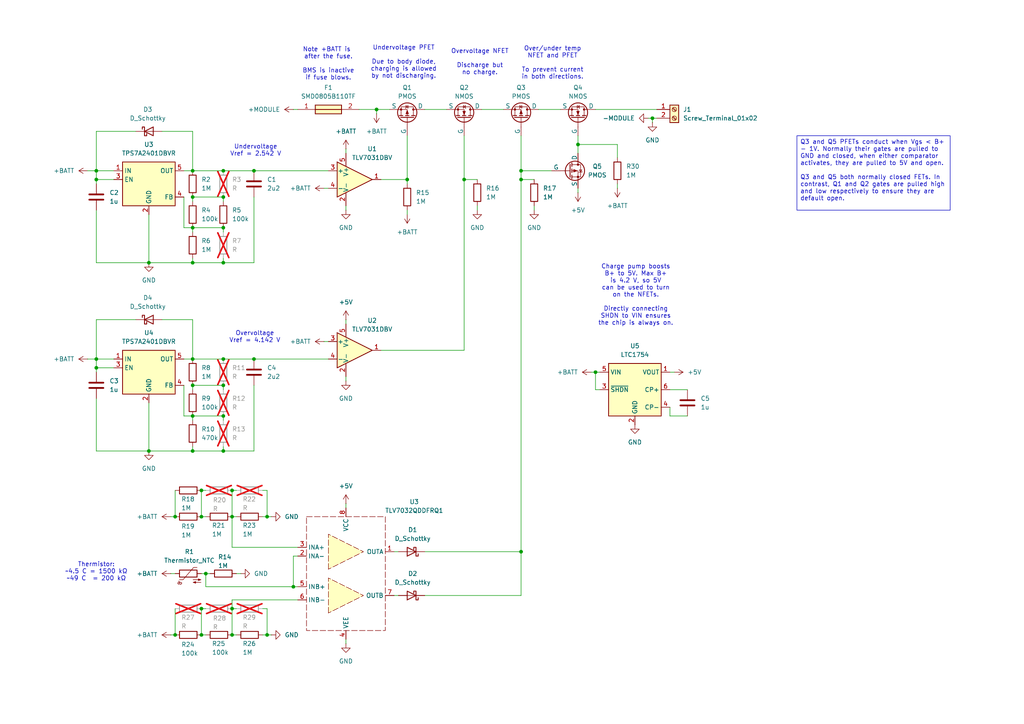
<source format=kicad_sch>
(kicad_sch (version 20250114) (generator "eeschema") (generator_version "9.0")
  (paper "A4")
  (title_block (title "Analog BMS") (date "2025-08-18") (rev "rev1.0"))
  (lib_symbols
    (symbol "Comparator:TLV7031DBV" (pin_names (offset 0.127))
      (property "Reference" "U" (at -1.27 6.35 0))
      (property "Value" "TLV7031DBV" (at -1.27 3.81 0))
      (symbol "TLV7031DBV_0_1"
        (polyline (pts (xy -5.08 5.08) (xy 5.08 0) (xy -5.08 -5.08) (xy -5.08 5.08)) (stroke (width 0.254)) (fill (type background)))
        (pin power_in line (at -2.54 7.62 270) (length 3.81) (name "V+") (number "5"))
        (pin power_in line (at -2.54 -7.62 90) (length 3.81) (name "V-") (number "2"))
      )
      (symbol "TLV7031DBV_1_1"
        (pin input line (at -7.62 2.54 0) (length 2.54) (name "+") (number "3"))
        (pin input line (at -7.62 -2.54 0) (length 2.54) (name "-") (number "4"))
        (pin output line (at 7.62 0 180) (length 2.54) (name "~") (number "1"))
      )
    )
    (symbol "Connector:Screw_Terminal_01x02" (pin_names (offset 1.016) (hide yes))
      (property "Reference" "J" (at 0 2.54 0))
      (property "Value" "Screw_Terminal_01x02" (at 0 -5.08 0))
      (symbol "Screw_Terminal_01x02_1_1"
        (rectangle (start -1.27 1.27) (end 1.27 -3.81) (stroke (width 0.254)) (fill (type background)))
        (polyline (pts (xy -0.5334 0.3302) (xy 0.3302 -0.508)) (stroke (width 0.1524)))
        (polyline (pts (xy -0.5334 -2.2098) (xy 0.3302 -3.048)) (stroke (width 0.1524)))
        (polyline (pts (xy -0.3556 0.508) (xy 0.508 -0.3302)) (stroke (width 0.1524)))
        (polyline (pts (xy -0.3556 -2.032) (xy 0.508 -2.8702)) (stroke (width 0.1524)))
        (circle (center 0 0) (radius 0.635) (stroke (width 0.1524)))
        (circle (center 0 -2.54) (radius 0.635) (stroke (width 0.1524)))
        (pin passive line (at -5.08 0 0) (length 3.81) (name "Pin_1") (number "1"))
        (pin passive line (at -5.08 -2.54 0) (length 3.81) (name "Pin_2") (number "2"))
      )
    )
    (symbol "Device:C" (pin_numbers (hide yes)) (pin_names (offset 0.254))
      (property "Reference" "C" (at 0.635 2.54 0))
      (property "Value" "C" (at 0.635 -2.54 0))
      (symbol "C_0_1"
        (polyline (pts (xy -2.032 0.762) (xy 2.032 0.762)) (stroke (width 0.508)))
        (polyline (pts (xy -2.032 -0.762) (xy 2.032 -0.762)) (stroke (width 0.508)))
      )
      (symbol "C_1_1"
        (pin passive line (at 0 3.81 270) (length 2.794) (name "~") (number "1"))
        (pin passive line (at 0 -3.81 90) (length 2.794) (name "~") (number "2"))
      )
    )
    (symbol "Device:D_Schottky" (pin_numbers (hide yes)) (pin_names (offset 1.016) (hide yes))
      (property "Reference" "D" (at 0 2.54 0))
      (property "Value" "D_Schottky" (at 0 -2.54 0))
      (symbol "D_Schottky_0_1"
        (polyline (pts (xy -1.905 0.635) (xy -1.905 1.27) (xy -1.27 1.27) (xy -1.27 -1.27) (xy -0.635 -1.27) (xy -0.635 -0.635)) (stroke (width 0.254)))
        (polyline (pts (xy 1.27 1.27) (xy 1.27 -1.27) (xy -1.27 0) (xy 1.27 1.27)) (stroke (width 0.254)))
        (polyline (pts (xy 1.27 0) (xy -1.27 0)))
      )
      (symbol "D_Schottky_1_1"
        (pin passive line (at -3.81 0 0) (length 2.54) (name "K") (number "1"))
        (pin passive line (at 3.81 0 180) (length 2.54) (name "A") (number "2"))
      )
    )
    (symbol "Device:R" (pin_numbers (hide yes)) (pin_names (offset 0))
      (property "Reference" "R" (at 2.032 0 90))
      (property "Value" "R" (at 0 0 90))
      (symbol "R_0_1"
        (rectangle (start -1.016 -2.54) (end 1.016 2.54) (stroke (width 0.254)))
      )
      (symbol "R_1_1"
        (pin passive line (at 0 3.81 270) (length 1.27) (name "~") (number "1"))
        (pin passive line (at 0 -3.81 90) (length 1.27) (name "~") (number "2"))
      )
    )
    (symbol "Device:Thermistor_NTC" (pin_numbers (hide yes)) (pin_names (offset 0))
      (property "Reference" "TH" (at -4.445 0 90))
      (property "Value" "Thermistor_NTC" (at 3.175 0 90))
      (symbol "Thermistor_NTC_0_1"
        (arc (start -3.175 2.413) (mid -3.0506 2.3165) (end -3.048 2.159))
        (arc (start -3.048 2.794) (mid -2.9736 2.9736) (end -2.794 3.048))
        (arc (start -2.794 3.048) (mid -2.6144 2.9736) (end -2.54 2.794))
        (arc (start -2.794 2.54) (mid -2.9736 2.6144) (end -3.048 2.794))
        (arc (start -2.794 1.905) (mid -2.9736 1.9794) (end -3.048 2.159))
        (arc (start -2.54 2.159) (mid -2.6144 1.9794) (end -2.794 1.905))
        (arc (start -2.159 2.794) (mid -2.434 2.5608) (end -2.794 2.54))
        (polyline (pts (xy -2.54 2.159) (xy -2.54 2.794)))
        (polyline (pts (xy -2.54 -3.683) (xy -2.54 -1.397) (xy -2.794 -2.159) (xy -2.286 -2.159) (xy -2.54 -1.397) (xy -2.54 -1.651)) (fill (type outline)))
        (polyline (pts (xy -1.778 2.54) (xy -1.778 1.524) (xy 1.778 -1.524) (xy 1.778 -2.54)))
        (polyline (pts (xy -1.778 -1.397) (xy -1.778 -3.683) (xy -2.032 -2.921) (xy -1.524 -2.921) (xy -1.778 -3.683) (xy -1.778 -3.429)) (fill (type outline)))
        (rectangle (start -1.016 2.54) (end 1.016 -2.54) (stroke (width 0.254)))
      )
      (symbol "Thermistor_NTC_1_1"
        (pin passive line (at 0 3.81 270) (length 1.27) (name "~") (number "1"))
        (pin passive line (at 0 -3.81 90) (length 1.27) (name "~") (number "2"))
      )
    )
    (symbol "Regulator_SwitchedCapacitor:LTC1754"
      (property "Reference" "U" (at -7.62 10.16 0))
      (property "Value" "LTC1754" (at 5.08 10.16 0))
      (symbol "LTC1754_0_1"
        (rectangle (start -7.62 7.62) (end 7.62 -7.62) (stroke (width 0.254)) (fill (type background)))
      )
      (symbol "LTC1754_1_1"
        (pin power_in line (at -10.16 5.08 0) (length 2.54) (name "VIN") (number "5"))
        (pin input line (at -10.16 0 0) (length 2.54) (name "~{SHDN}") (number "3"))
        (pin power_in line (at 0 -10.16 90) (length 2.54) (name "GND") (number "2"))
        (pin power_out line (at 10.16 5.08 180) (length 2.54) (name "VOUT") (number "1"))
        (pin passive line (at 10.16 0 180) (length 2.54) (name "CP+") (number "6"))
        (pin passive line (at 10.16 -5.08 180) (length 2.54) (name "CP-") (number "4"))
      )
    )
    (symbol "Simulation_SPICE:NMOS" (pin_numbers (hide yes)) (pin_names (offset 0))
      (property "Reference" "Q" (at 5.08 1.27 0))
      (property "Value" "NMOS" (at 5.08 -1.27 0))
      (symbol "NMOS_0_1"
        (polyline (pts (xy 0.254 1.905) (xy 0.254 -1.905)) (stroke (width 0.254)))
        (polyline (pts (xy 0.254 0) (xy -2.54 0)))
        (polyline (pts (xy 0.762 2.286) (xy 0.762 1.27)) (stroke (width 0.254)))
        (polyline (pts (xy 0.762 0.508) (xy 0.762 -0.508)) (stroke (width 0.254)))
        (polyline (pts (xy 0.762 -1.27) (xy 0.762 -2.286)) (stroke (width 0.254)))
        (polyline (pts (xy 0.762 -1.778) (xy 3.302 -1.778) (xy 3.302 1.778) (xy 0.762 1.778)))
        (polyline (pts (xy 1.016 0) (xy 2.032 0.381) (xy 2.032 -0.381) (xy 1.016 0)) (fill (type outline)))
        (circle (center 1.651 0) (radius 2.794) (stroke (width 0.254)))
        (polyline (pts (xy 2.54 2.54) (xy 2.54 1.778)))
        (circle (center 2.54 1.778) (radius 0.254) (fill (type outline)))
        (circle (center 2.54 -1.778) (radius 0.254) (fill (type outline)))
        (polyline (pts (xy 2.54 -2.54) (xy 2.54 0) (xy 0.762 0)))
        (polyline (pts (xy 2.794 0.508) (xy 2.921 0.381) (xy 3.683 0.381) (xy 3.81 0.254)))
        (polyline (pts (xy 3.302 0.381) (xy 2.921 -0.254) (xy 3.683 -0.254) (xy 3.302 0.381)))
      )
      (symbol "NMOS_1_1"
        (pin input line (at -5.08 0 0) (length 2.54) (name "G") (number "2"))
        (pin passive line (at 2.54 5.08 270) (length 2.54) (name "D") (number "1"))
        (pin passive line (at 2.54 -5.08 90) (length 2.54) (name "S") (number "3"))
      )
    )
    (symbol "Simulation_SPICE:PMOS" (pin_numbers (hide yes)) (pin_names (offset 0))
      (property "Reference" "Q" (at 5.08 1.27 0))
      (property "Value" "PMOS" (at 5.08 -1.27 0))
      (symbol "PMOS_0_1"
        (polyline (pts (xy 0.254 1.905) (xy 0.254 -1.905)) (stroke (width 0.254)))
        (polyline (pts (xy 0.254 0) (xy -2.54 0)))
        (polyline (pts (xy 0.762 2.286) (xy 0.762 1.27)) (stroke (width 0.254)))
        (polyline (pts (xy 0.762 1.778) (xy 3.302 1.778) (xy 3.302 -1.778) (xy 0.762 -1.778)))
        (polyline (pts (xy 0.762 0.508) (xy 0.762 -0.508)) (stroke (width 0.254)))
        (polyline (pts (xy 0.762 -1.27) (xy 0.762 -2.286)) (stroke (width 0.254)))
        (circle (center 1.651 0) (radius 2.794) (stroke (width 0.254)))
        (polyline (pts (xy 2.286 0) (xy 1.27 0.381) (xy 1.27 -0.381) (xy 2.286 0)) (fill (type outline)))
        (polyline (pts (xy 2.54 2.54) (xy 2.54 1.778)))
        (circle (center 2.54 1.778) (radius 0.254) (fill (type outline)))
        (circle (center 2.54 -1.778) (radius 0.254) (fill (type outline)))
        (polyline (pts (xy 2.54 -2.54) (xy 2.54 0) (xy 0.762 0)))
        (polyline (pts (xy 2.794 -0.508) (xy 2.921 -0.381) (xy 3.683 -0.381) (xy 3.81 -0.254)))
        (polyline (pts (xy 3.302 -0.381) (xy 2.921 0.254) (xy 3.683 0.254) (xy 3.302 -0.381)))
      )
      (symbol "PMOS_1_1"
        (pin input line (at -5.08 0 0) (length 2.54) (name "G") (number "2"))
        (pin passive line (at 2.54 5.08 270) (length 2.54) (name "D") (number "1"))
        (pin passive line (at 2.54 -5.08 90) (length 2.54) (name "S") (number "3"))
      )
    )
    (symbol "analog_bms_library:SMD0805B110TF" (pin_names (hide yes))
      (property "Reference" "F" (at 13.97 6.35 0))
      (property "Value" "SMD0805B110TF" (at 13.97 3.81 0))
      (symbol "SMD0805B110TF_1_1"
        (rectangle (start 5.08 1.27) (end 12.7 -1.27) (stroke (width 0.254)) (fill (type background)))
        (polyline (pts (xy 5.08 0) (xy 12.7 0)) (stroke (width 0.254)))
        (pin passive line (at 0 0 0) (length 5.08) (name "1") (number "1"))
        (pin passive line (at 17.78 0 180) (length 5.08) (name "2") (number "2"))
      )
    )
    (symbol "analog_bms_library:TLV7032QDDFRQ1"
      (property "Reference" "U" (at 20.066 21.844 0))
      (property "Value" "TLV7032QDDFRQ1" (at 20.066 20.066 0))
      (symbol "TLV7032QDDFRQ1_1_1"
        (rectangle (start -11.43 16.51) (end 11.43 -16.51) (stroke (width 0) (type dash)))
        (polyline (pts (xy -5.08 1.27) (xy -5.08 11.43) (xy 5.08 6.35) (xy -5.08 1.27)) (fill (type background)))
        (polyline (pts (xy -5.08 -11.43) (xy -5.08 -1.27) (xy 5.08 -6.35) (xy -5.08 -11.43)) (fill (type background)))
        (pin input line (at -13.97 7.62 0) (length 2.54) (name "INA+") (number "3"))
        (pin input line (at -13.97 5.08 0) (length 2.54) (name "INA-") (number "2"))
        (pin input line (at -13.97 -3.81 0) (length 2.54) (name "INB+") (number "5"))
        (pin input line (at -13.97 -7.62 0) (length 2.54) (name "INB-") (number "6"))
        (pin bidirectional line (at 0 19.05 270) (length 2.54) (name "VCC") (number "8"))
        (pin bidirectional line (at 0 -19.05 90) (length 2.54) (name "VEE") (number "4"))
        (pin output line (at 13.97 6.35 180) (length 2.54) (name "OUTA") (number "1"))
        (pin output line (at 13.97 -6.35 180) (length 2.54) (name "OUTB") (number "7"))
      )
    )
    (symbol "analog_bms_library:TPS7A2401DBVR"
      (property "Reference" "U" (at 21.59 7.62 0))
      (property "Value" "TPS7A2401DBVR" (at 21.59 5.08 0))
      (symbol "TPS7A2401DBVR_1_1"
        (rectangle (start 5.08 2.54) (end 20.32 -10.16) (stroke (width 0.254)) (fill (type background)))
        (pin input line (at 2.54 0 0) (length 2.54) (name "IN") (number "1"))
        (pin input line (at 2.54 -2.54 0) (length 2.54) (name "EN") (number "3"))
        (pin power_in line (at 12.7 -12.7 90) (length 2.54) (name "GND") (number "2"))
        (pin output line (at 22.86 0 180) (length 2.54) (name "OUT") (number "5"))
        (pin bidirectional line (at 22.86 -7.62 180) (length 2.54) (name "FB") (number "4"))
      )
    )
    (symbol "power:+5V" (power) (pin_numbers (hide yes)) (pin_names (offset 0) (hide yes))
      (property "Value" "+5V" (at 0 3.556 0))
      (symbol "+5V_0_1"
        (polyline (pts (xy -0.762 1.27) (xy 0 2.54)))
        (polyline (pts (xy 0 2.54) (xy 0.762 1.27)))
        (polyline (pts (xy 0 0) (xy 0 2.54)))
      )
      (symbol "+5V_1_1"
        (pin power_in line (at 0 0 90) (length 0) (name "~") (number "1"))
      )
    )
    (symbol "power:+BATT" (power) (pin_numbers (hide yes)) (pin_names (offset 0) (hide yes))
      (property "Value" "+BATT" (at 0 3.556 0))
      (symbol "+BATT_0_1"
        (polyline (pts (xy -0.762 1.27) (xy 0 2.54)))
        (polyline (pts (xy 0 2.54) (xy 0.762 1.27)))
        (polyline (pts (xy 0 0) (xy 0 2.54)))
      )
      (symbol "+BATT_1_1"
        (pin power_in line (at 0 0 90) (length 0) (name "~") (number "1"))
      )
    )
    (symbol "power:GND" (power) (pin_numbers (hide yes)) (pin_names (offset 0) (hide yes))
      (property "Value" "GND" (at 0 -3.81 0))
      (symbol "GND_0_1"
        (polyline (pts (xy 0 0) (xy 0 -1.27) (xy 1.27 -1.27) (xy 0 -2.54) (xy -1.27 -1.27) (xy 0 -1.27)))
      )
      (symbol "GND_1_1"
        (pin power_in line (at 0 0 270) (length 0) (name "~") (number "1"))
      )
    )
  )
  (text "Note +BATT is \nafter the fuse.\n\nBMS is inactive\nif fuse blows." (at 95.25 18.542 0) (effects (font (size 1.27 1.27))))
  (text "Over/under temp\nNFET and PFET\n\nTo prevent current\nin both directions." (at 160.274 18.288 0) (effects (font (size 1.27 1.27))))
  (text "Overvoltage NFET\n\nDischarge but\nno charge.\n" (at 139.192 18.034 0) (effects (font (size 1.27 1.27))))
  (text "Charge pump boosts\nB+ to 5V. Max B+\nis 4.2 V, so 5V\ncan be used to turn\non the NFETs.\n\nDirectly connecting\nSHDN to VIN ensures\nthe chip is always on." (at 184.404 85.598 0) (effects (font (size 1.27 1.27))))
  (text "Undervoltage PFET\n\nDue to body diode,\ncharging is allowed\nby not discharging.\n" (at 117.094 18.034 0) (effects (font (size 1.27 1.27))))
  (text "Undervoltage\nVref = 2.542 V" (at 74.168 43.688 0) (effects (font (size 1.27 1.27))))
  (text "Overvoltage\nVref = 4.142 V" (at 73.914 97.79 0) (effects (font (size 1.27 1.27))))
  (text "Thermistor:\n~4.5 C = 1500 kΩ\n~49 C  = 200 kΩ" (at 27.94 165.862 0) (effects (font (size 1.27 1.27))))
  (text_box "Q3 and Q5 PFETs conduct when Vgs < B+ - 1V. Normally their gates are pulled to GND and closed, when either comparator activates, they are pulled to 5V and open.\n\nQ3 and Q5 both normally closed FETs. In contrast, Q1 and Q2 gates are pulled high and low respectively to ensure they are default open." (at 231.14 39.37 0) (size 44.45 21.59) (margins 0.9525 0.9525 0.9525 0.9525) (effects (font (size 1.27 1.27)) (justify left top)))
  (junction (at 55.88 66.04))
  (junction (at 73.66 49.53))
  (junction (at 58.42 149.86))
  (junction (at 64.77 111.76))
  (junction (at 151.13 160.02))
  (junction (at 118.11 52.07))
  (junction (at 64.77 49.53))
  (junction (at 151.13 49.53))
  (junction (at 64.77 120.65))
  (junction (at 189.23 34.29))
  (junction (at 67.31 149.86))
  (junction (at 77.47 184.15))
  (junction (at 67.31 142.24))
  (junction (at 27.94 106.68))
  (junction (at 55.88 111.76))
  (junction (at 27.94 52.07))
  (junction (at 109.22 31.75))
  (junction (at 55.88 76.2))
  (junction (at 58.42 142.24))
  (junction (at 64.77 76.2))
  (junction (at 64.77 104.14))
  (junction (at 43.18 76.2))
  (junction (at 64.77 66.04))
  (junction (at 50.8 184.15))
  (junction (at 85.09 170.18))
  (junction (at 77.47 149.86))
  (junction (at 64.77 57.15))
  (junction (at 27.94 104.14))
  (junction (at 55.88 49.53))
  (junction (at 59.69 166.37))
  (junction (at 43.18 130.81))
  (junction (at 50.8 149.86))
  (junction (at 67.31 184.15))
  (junction (at 58.42 184.15))
  (junction (at 67.31 176.53))
  (junction (at 151.13 52.07))
  (junction (at 55.88 104.14))
  (junction (at 55.88 130.81))
  (junction (at 55.88 57.15))
  (junction (at 58.42 176.53))
  (junction (at 167.64 41.91))
  (junction (at 134.62 52.07))
  (junction (at 27.94 49.53))
  (junction (at 55.88 120.65))
  (junction (at 73.66 104.14))
  (junction (at 64.77 130.81))
  (junction (at 172.72 107.95))
  (wire (pts (xy 59.69 142.24) (xy 58.42 142.24)))
  (wire (pts (xy 73.66 111.76) (xy 73.66 130.81)))
  (wire (pts (xy 123.19 160.02) (xy 151.13 160.02)))
  (wire (pts (xy 134.62 52.07) (xy 134.62 101.6)))
  (wire (pts (xy 189.23 34.29) (xy 190.5 34.29)))
  (wire (pts (xy 104.14 31.75) (xy 109.22 31.75)))
  (wire (pts (xy 27.94 60.96) (xy 27.94 76.2)))
  (wire (pts (xy 85.09 161.29) (xy 85.09 170.18)))
  (wire (pts (xy 73.66 57.15) (xy 73.66 76.2)))
  (wire (pts (xy 172.72 31.75) (xy 190.5 31.75)))
  (wire (pts (xy 78.74 184.15) (xy 77.47 184.15)))
  (wire (pts (xy 151.13 49.53) (xy 160.02 49.53)))
  (wire (pts (xy 27.94 38.1) (xy 39.37 38.1)))
  (wire (pts (xy 64.77 104.14) (xy 73.66 104.14)))
  (wire (pts (xy 55.88 129.54) (xy 55.88 130.81)))
  (wire (pts (xy 55.88 67.31) (xy 55.88 66.04)))
  (wire (pts (xy 187.96 34.29) (xy 189.23 34.29)))
  (wire (pts (xy 27.94 106.68) (xy 27.94 104.14)))
  (wire (pts (xy 195.58 107.95) (xy 194.31 107.95)))
  (wire (pts (xy 179.07 41.91) (xy 179.07 45.72)))
  (wire (pts (xy 59.69 166.37) (xy 58.42 166.37)))
  (wire (pts (xy 167.64 39.37) (xy 167.64 41.91)))
  (wire (pts (xy 59.69 170.18) (xy 85.09 170.18)))
  (wire (pts (xy 67.31 149.86) (xy 67.31 142.24)))
  (wire (pts (xy 55.88 57.15) (xy 64.77 57.15)))
  (wire (pts (xy 33.02 106.68) (xy 27.94 106.68)))
  (wire (pts (xy 151.13 49.53) (xy 151.13 52.07)))
  (wire (pts (xy 67.31 184.15) (xy 67.31 176.53)))
  (wire (pts (xy 100.33 92.71) (xy 100.33 93.98)))
  (wire (pts (xy 118.11 53.34) (xy 118.11 52.07)))
  (wire (pts (xy 27.94 130.81) (xy 43.18 130.81)))
  (wire (pts (xy 55.88 120.65) (xy 53.34 120.65)))
  (wire (pts (xy 67.31 173.99) (xy 86.36 173.99)))
  (wire (pts (xy 49.53 149.86) (xy 50.8 149.86)))
  (wire (pts (xy 64.77 121.92) (xy 64.77 120.65)))
  (wire (pts (xy 64.77 58.42) (xy 64.77 57.15)))
  (wire (pts (xy 25.4 49.53) (xy 27.94 49.53)))
  (wire (pts (xy 55.88 104.14) (xy 64.77 104.14)))
  (wire (pts (xy 53.34 49.53) (xy 55.88 49.53)))
  (wire (pts (xy 55.88 121.92) (xy 55.88 120.65)))
  (wire (pts (xy 49.53 166.37) (xy 50.8 166.37)))
  (wire (pts (xy 64.77 67.31) (xy 64.77 66.04)))
  (wire (pts (xy 118.11 39.37) (xy 118.11 52.07)))
  (wire (pts (xy 59.69 149.86) (xy 58.42 149.86)))
  (wire (pts (xy 100.33 185.42) (xy 100.33 186.69)))
  (wire (pts (xy 189.23 35.56) (xy 189.23 34.29)))
  (wire (pts (xy 64.77 130.81) (xy 73.66 130.81)))
  (wire (pts (xy 100.33 59.69) (xy 100.33 60.96)))
  (wire (pts (xy 154.94 59.69) (xy 154.94 60.96)))
  (wire (pts (xy 64.77 129.54) (xy 64.77 130.81)))
  (wire (pts (xy 154.94 52.07) (xy 151.13 52.07)))
  (wire (pts (xy 55.88 113.03) (xy 55.88 111.76)))
  (wire (pts (xy 55.88 49.53) (xy 64.77 49.53)))
  (wire (pts (xy 76.2 176.53) (xy 77.47 176.53)))
  (wire (pts (xy 73.66 49.53) (xy 95.25 49.53)))
  (wire (pts (xy 73.66 104.14) (xy 95.25 104.14)))
  (wire (pts (xy 85.09 161.29) (xy 86.36 161.29)))
  (wire (pts (xy 59.69 166.37) (xy 59.69 170.18)))
  (wire (pts (xy 134.62 101.6) (xy 110.49 101.6)))
  (wire (pts (xy 27.94 92.71) (xy 39.37 92.71)))
  (wire (pts (xy 162.56 31.75) (xy 156.21 31.75)))
  (wire (pts (xy 100.33 146.05) (xy 100.33 147.32)))
  (wire (pts (xy 114.3 172.72) (xy 115.57 172.72)))
  (wire (pts (xy 58.42 184.15) (xy 58.42 176.53)))
  (wire (pts (xy 53.34 66.04) (xy 53.34 57.15)))
  (wire (pts (xy 172.72 107.95) (xy 173.99 107.95)))
  (wire (pts (xy 123.19 172.72) (xy 151.13 172.72)))
  (wire (pts (xy 55.88 38.1) (xy 55.88 49.53)))
  (wire (pts (xy 46.99 92.71) (xy 55.88 92.71)))
  (wire (pts (xy 55.88 76.2) (xy 64.77 76.2)))
  (wire (pts (xy 67.31 173.99) (xy 67.31 176.53)))
  (wire (pts (xy 27.94 49.53) (xy 33.02 49.53)))
  (wire (pts (xy 59.69 176.53) (xy 58.42 176.53)))
  (wire (pts (xy 50.8 149.86) (xy 50.8 142.24)))
  (wire (pts (xy 167.64 41.91) (xy 179.07 41.91)))
  (wire (pts (xy 172.72 107.95) (xy 172.72 113.03)))
  (wire (pts (xy 151.13 160.02) (xy 151.13 172.72)))
  (wire (pts (xy 43.18 130.81) (xy 55.88 130.81)))
  (wire (pts (xy 194.31 120.65) (xy 199.39 120.65)))
  (wire (pts (xy 76.2 184.15) (xy 77.47 184.15)))
  (wire (pts (xy 53.34 104.14) (xy 55.88 104.14)))
  (wire (pts (xy 110.49 52.07) (xy 118.11 52.07)))
  (wire (pts (xy 194.31 118.11) (xy 194.31 120.65)))
  (wire (pts (xy 55.88 111.76) (xy 64.77 111.76)))
  (wire (pts (xy 179.07 54.61) (xy 179.07 53.34)))
  (wire (pts (xy 68.58 176.53) (xy 67.31 176.53)))
  (wire (pts (xy 68.58 184.15) (xy 67.31 184.15)))
  (wire (pts (xy 78.74 149.86) (xy 77.47 149.86)))
  (wire (pts (xy 55.88 74.93) (xy 55.88 76.2)))
  (wire (pts (xy 50.8 184.15) (xy 50.8 176.53)))
  (wire (pts (xy 27.94 53.34) (xy 27.94 52.07)))
  (wire (pts (xy 114.3 160.02) (xy 115.57 160.02)))
  (wire (pts (xy 138.43 60.96) (xy 138.43 59.69)))
  (wire (pts (xy 27.94 76.2) (xy 43.18 76.2)))
  (wire (pts (xy 68.58 142.24) (xy 67.31 142.24)))
  (wire (pts (xy 64.77 74.93) (xy 64.77 76.2)))
  (wire (pts (xy 138.43 52.07) (xy 134.62 52.07)))
  (wire (pts (xy 67.31 158.75) (xy 86.36 158.75)))
  (wire (pts (xy 68.58 149.86) (xy 67.31 149.86)))
  (wire (pts (xy 55.88 130.81) (xy 64.77 130.81)))
  (wire (pts (xy 43.18 76.2) (xy 55.88 76.2)))
  (wire (pts (xy 76.2 149.86) (xy 77.47 149.86)))
  (wire (pts (xy 77.47 184.15) (xy 77.47 176.53)))
  (wire (pts (xy 27.94 115.57) (xy 27.94 130.81)))
  (wire (pts (xy 64.77 76.2) (xy 73.66 76.2)))
  (wire (pts (xy 53.34 120.65) (xy 53.34 111.76)))
  (wire (pts (xy 77.47 149.86) (xy 77.47 142.24)))
  (wire (pts (xy 146.05 31.75) (xy 139.7 31.75)))
  (wire (pts (xy 93.98 99.06) (xy 95.25 99.06)))
  (wire (pts (xy 151.13 52.07) (xy 151.13 160.02)))
  (wire (pts (xy 43.18 116.84) (xy 43.18 130.81)))
  (wire (pts (xy 55.88 66.04) (xy 53.34 66.04)))
  (wire (pts (xy 167.64 55.88) (xy 167.64 54.61)))
  (wire (pts (xy 27.94 104.14) (xy 27.94 92.71)))
  (wire (pts (xy 69.85 166.37) (xy 68.58 166.37)))
  (wire (pts (xy 49.53 184.15) (xy 50.8 184.15)))
  (wire (pts (xy 100.33 109.22) (xy 100.33 110.49)))
  (wire (pts (xy 27.94 104.14) (xy 33.02 104.14)))
  (wire (pts (xy 171.45 107.95) (xy 172.72 107.95)))
  (wire (pts (xy 27.94 52.07) (xy 27.94 49.53)))
  (wire (pts (xy 76.2 142.24) (xy 77.47 142.24)))
  (wire (pts (xy 85.09 31.75) (xy 86.36 31.75)))
  (wire (pts (xy 27.94 107.95) (xy 27.94 106.68)))
  (wire (pts (xy 172.72 113.03) (xy 173.99 113.03)))
  (wire (pts (xy 67.31 149.86) (xy 67.31 158.75)))
  (wire (pts (xy 55.88 92.71) (xy 55.88 104.14)))
  (wire (pts (xy 55.88 120.65) (xy 64.77 120.65)))
  (wire (pts (xy 129.54 31.75) (xy 123.19 31.75)))
  (wire (pts (xy 93.98 54.61) (xy 95.25 54.61)))
  (wire (pts (xy 58.42 149.86) (xy 58.42 142.24)))
  (wire (pts (xy 118.11 62.23) (xy 118.11 60.96)))
  (wire (pts (xy 33.02 52.07) (xy 27.94 52.07)))
  (wire (pts (xy 55.88 58.42) (xy 55.88 57.15)))
  (wire (pts (xy 100.33 43.18) (xy 100.33 44.45)))
  (wire (pts (xy 194.31 113.03) (xy 199.39 113.03)))
  (wire (pts (xy 64.77 113.03) (xy 64.77 111.76)))
  (wire (pts (xy 167.64 44.45) (xy 167.64 41.91)))
  (wire (pts (xy 43.18 62.23) (xy 43.18 76.2)))
  (wire (pts (xy 109.22 33.02) (xy 109.22 31.75)))
  (wire (pts (xy 109.22 31.75) (xy 113.03 31.75)))
  (wire (pts (xy 25.4 104.14) (xy 27.94 104.14)))
  (wire (pts (xy 27.94 49.53) (xy 27.94 38.1)))
  (wire (pts (xy 55.88 66.04) (xy 64.77 66.04)))
  (wire (pts (xy 64.77 49.53) (xy 73.66 49.53)))
  (wire (pts (xy 85.09 170.18) (xy 86.36 170.18)))
  (wire (pts (xy 60.96 166.37) (xy 59.69 166.37)))
  (wire (pts (xy 151.13 39.37) (xy 151.13 49.53)))
  (wire (pts (xy 46.99 38.1) (xy 55.88 38.1)))
  (wire (pts (xy 134.62 39.37) (xy 134.62 52.07)))
  (wire (pts (xy 59.69 184.15) (xy 58.42 184.15)))
  (symbol (lib_id "power:+5V") (at 167.64 55.88 180) (unit 1)
    (property "Reference" "#PWR014" (effects (hide yes)))
    (property "Value" "+5V" (at 167.64 60.96 0))
    (property "Description" "Power symbol creates a global label with name \"+5V\"" (effects (hide yes)))
  )
  (symbol (lib_id "power:+5V") (at 100.33 92.71 0) (unit 1)
    (property "Reference" "#PWR05" (effects (hide yes)))
    (property "Value" "+5V" (at 100.33 87.63 0))
    (property "Description" "Power symbol creates a global label with name \"+5V\"" (effects (hide yes)))
  )
  (symbol (lib_id "power:+BATT") (at 171.45 107.95 90) (unit 1)
    (property "Reference" "#PWR021" (effects (hide yes)))
    (property "Value" "+BATT" (at 167.64 107.9499 90) (effects (justify left)))
    (property "Description" "Power symbol creates a global label with name \"+BATT\"" (effects (hide yes)))
  )
  (symbol (lib_id "Device:C") (at 199.39 116.84 0) (unit 1)
    (property "Reference" "C5" (at 203.2 115.5699 0) (effects (justify left)))
    (property "Value" "1u" (at 203.2 118.1099 0) (effects (justify left)))
    (property "Description" "Unpolarized capacitor" (effects (hide yes)))
  )
  (symbol (lib_id "Simulation_SPICE:NMOS") (at 167.64 34.29 270) (mirror x) (unit 1)
    (property "Reference" "Q4" (at 167.64 25.4 90))
    (property "Value" "NMOS" (at 167.64 27.94 90))
    (property "Datasheet" "https://ngspice.sourceforge.io/docs/ngspice-html-manual/manual.xhtml#cha_MOSFETs" (effects (hide yes)))
    (property "Description" "N-MOSFET transistor, drain/source/gate" (effects (hide yes)))
    (property "Sim.Device" "NMOS" (effects (hide yes)))
    (property "Sim.Type" "VDMOS" (effects (hide yes)))
    (property "Sim.Pins" "1=D 2=G 3=S" (effects (hide yes)))
  )
  (symbol (lib_id "Simulation_SPICE:PMOS") (at 165.1 49.53 0) (unit 1)
    (property "Reference" "Q5" (at 173.228 48.26 0))
    (property "Value" "PMOS" (at 173.228 50.8 0))
    (property "Datasheet" "https://ngspice.sourceforge.io/docs/ngspice-html-manual/manual.xhtml#cha_MOSFETs" (effects (hide yes)))
    (property "Description" "P-MOSFET transistor, drain/source/gate" (effects (hide yes)))
    (property "Sim.Device" "PMOS" (effects (hide yes)))
    (property "Sim.Type" "VDMOS" (effects (hide yes)))
    (property "Sim.Pins" "1=D 2=G 3=S" (effects (hide yes)))
  )
  (symbol (lib_id "Device:R") (at 118.11 57.15 0) (unit 1)
    (property "Reference" "R15" (at 120.65 55.8799 0) (effects (justify left)))
    (property "Value" "1M" (at 120.65 58.4199 0) (effects (justify left)))
    (property "Description" "Resistor" (effects (hide yes)))
  )
  (symbol (lib_id "Device:C") (at 27.94 111.76 0) (unit 1)
    (property "Reference" "C3" (at 31.75 110.4899 0) (effects (justify left)))
    (property "Value" "1u" (at 31.75 113.0299 0) (effects (justify left)))
    (property "Description" "Unpolarized capacitor" (effects (hide yes)))
  )
  (symbol (lib_id "analog_bms_library:TPS7A2401DBVR") (at 30.48 104.14 0) (unit 1)
    (property "Reference" "U4" (at 43.18 96.52 0))
    (property "Value" "TPS7A2401DBVR" (at 43.18 99.06 0))
    (property "Footprint" "analog_bms_library:TLV7032QDDFRQ1" (effects (hide yes)))
    (property "Datasheet" "https://www.ti.com/lit/ds/symlink/tps7a24.pdf" (effects (hide yes)))
    (property "Description" "LDO Voltage Regulators 18-V-tolerant, 2-uA IQ, 200-mA low-dropout (LDO) linear voltage regulator 5-SOT-23 -40 to 125" (effects (hide yes)))
    (property "Height" "1.45" (effects (hide yes)))
    (property "Mouser Part Number" "595-TPS7A2401DBVR" (effects (hide yes)))
    (property "Mouser Price/Stock" "https://www.mouser.co.uk/ProductDetail/Texas-Instruments/TPS7A2401DBVR?qs=wnTfsH77Xs4m4w0udJqycQ%3D%3D" (effects (hide yes)))
    (property "Manufacturer_Name" "Texas Instruments" (effects (hide yes)))
    (property "Manufacturer_Part_Number" "TPS7A2401DBVR" (effects (hide yes)))
  )
  (symbol (lib_id "power:+BATT") (at 109.22 33.02 180) (unit 1)
    (property "Reference" "#PWR015" (effects (hide yes)))
    (property "Value" "+BATT" (at 109.22 38.1 0))
    (property "Description" "Power symbol creates a global label with name \"+BATT\"" (effects (hide yes)))
  )
  (symbol (lib_id "Device:R") (at 54.61 176.53 90) (unit 1) (dnp yes)
    (property "Reference" "R27" (at 52.578 179.07 90) (effects (justify right)))
    (property "Value" "R" (at 52.578 181.61 90) (effects (justify right)))
    (property "Description" "Resistor" (effects (hide yes)))
  )
  (symbol (lib_id "power:GND") (at 187.96 34.29 270) (unit 1)
    (property "Reference" "#PWR018" (effects (hide yes)))
    (property "Value" "-MODULE" (at 184.15 34.2899 90) (effects (justify right)))
    (property "Description" "Power symbol creates a global label with name \"GND\" , ground" (effects (hide yes)))
  )
  (symbol (lib_id "power:+BATT") (at 49.53 149.86 90) (unit 1)
    (property "Reference" "#PWR031" (effects (hide yes)))
    (property "Value" "+BATT" (at 45.72 149.8599 90) (effects (justify left)))
    (property "Description" "Power symbol creates a global label with name \"+BATT\"" (effects (hide yes)))
  )
  (symbol (lib_id "Comparator:TLV7031DBV") (at 102.87 101.6 0) (unit 1)
    (property "Reference" "U2" (at 107.95 92.964 0))
    (property "Value" "TLV7031DBV" (at 107.95 95.504 0))
    (property "Footprint" "Package_TO_SOT_SMD:SOT-23-5" (effects (hide yes)))
    (property "Datasheet" "https://www.ti.com/lit/ds/symlink/tlv7031.pdf" (effects (hide yes)))
    (property "Description" "Single, 1.6V-6.5V, 315nA Quiescent, Push-Pull Output, Comparator, SOT-23-5/SC-70" (effects (hide yes)))
  )
  (symbol (lib_id "Device:R") (at 63.5 142.24 90) (unit 1) (dnp yes)
    (property "Reference" "R20" (at 61.722 145.034 90) (effects (justify right)))
    (property "Value" "R" (at 61.722 147.574 90) (effects (justify right)))
    (property "Description" "Resistor" (effects (hide yes)))
  )
  (symbol (lib_id "power:GND") (at 43.18 76.2 0) (unit 1)
    (property "Reference" "#PWR09" (effects (hide yes)))
    (property "Value" "GND" (at 43.18 81.28 0))
    (property "Description" "Power symbol creates a global label with name \"GND\" , ground" (effects (hide yes)))
  )
  (symbol (lib_id "Device:R") (at 54.61 142.24 90) (unit 1)
    (property "Reference" "R18" (at 52.578 144.78 90) (effects (justify right)))
    (property "Value" "1M" (at 52.578 147.32 90) (effects (justify right)))
    (property "Description" "Resistor" (effects (hide yes)))
  )
  (symbol (lib_id "Device:D_Schottky") (at 43.18 38.1 0) (unit 1)
    (property "Reference" "D3" (at 42.8625 31.75 0))
    (property "Value" "D_Schottky" (at 42.8625 34.29 0))
    (property "Description" "Schottky diode" (effects (hide yes)))
  )
  (symbol (lib_id "Device:R") (at 55.88 53.34 0) (unit 1)
    (property "Reference" "R2" (at 58.42 52.0699 0) (effects (justify left)))
    (property "Value" "1M" (at 58.42 54.6099 0) (effects (justify left)))
    (property "Description" "Resistor" (effects (hide yes)))
  )
  (symbol (lib_id "Device:R") (at 72.39 176.53 90) (unit 1) (dnp yes)
    (property "Reference" "R29" (at 70.358 179.07 90) (effects (justify right)))
    (property "Value" "R" (at 70.358 181.61 90) (effects (justify right)))
    (property "Description" "Resistor" (effects (hide yes)))
  )
  (symbol (lib_id "Device:C") (at 27.94 57.15 0) (unit 1)
    (property "Reference" "C2" (at 31.75 55.8799 0) (effects (justify left)))
    (property "Value" "1u" (at 31.75 58.4199 0) (effects (justify left)))
    (property "Description" "Unpolarized capacitor" (effects (hide yes)))
  )
  (symbol (lib_id "Device:C") (at 73.66 53.34 0) (unit 1)
    (property "Reference" "C1" (at 77.47 52.0699 0) (effects (justify left)))
    (property "Value" "2u2" (at 77.47 54.6099 0) (effects (justify left)))
    (property "Description" "Unpolarized capacitor" (effects (hide yes)))
  )
  (symbol (lib_id "Simulation_SPICE:NMOS") (at 134.62 34.29 270) (mirror x) (unit 1)
    (property "Reference" "Q2" (at 134.62 25.4 90))
    (property "Value" "NMOS" (at 134.62 27.94 90))
    (property "Datasheet" "https://ngspice.sourceforge.io/docs/ngspice-html-manual/manual.xhtml#cha_MOSFETs" (effects (hide yes)))
    (property "Description" "N-MOSFET transistor, drain/source/gate" (effects (hide yes)))
    (property "Sim.Device" "NMOS" (effects (hide yes)))
    (property "Sim.Type" "VDMOS" (effects (hide yes)))
    (property "Sim.Pins" "1=D 2=G 3=S" (effects (hide yes)))
  )
  (symbol (lib_id "Device:R") (at 55.88 71.12 0) (unit 1)
    (property "Reference" "R6" (at 58.42 69.8499 0) (effects (justify left)))
    (property "Value" "1M" (at 58.42 72.3899 0) (effects (justify left)))
    (property "Description" "Resistor" (effects (hide yes)))
  )
  (symbol (lib_id "Device:R") (at 55.88 125.73 0) (unit 1)
    (property "Reference" "R10" (at 58.42 124.4599 0) (effects (justify left)))
    (property "Value" "470k" (at 58.42 126.9999 0) (effects (justify left)))
    (property "Description" "Resistor" (effects (hide yes)))
  )
  (symbol (lib_id "Device:Thermistor_NTC") (at 54.61 166.37 90) (unit 1)
    (property "Reference" "R1" (at 54.9275 160.02 90))
    (property "Value" "Thermistor_NTC" (at 54.9275 162.56 90))
    (property "Footprint" "Resistor_SMD:R_0805_2012Metric" (effects (hide yes)))
    (property "Description" "Temperature dependent resistor, negative temperature coefficient" (effects (hide yes)))
  )
  (symbol (lib_id "power:GND") (at 100.33 186.69 0) (unit 1)
    (property "Reference" "#PWR02" (effects (hide yes)))
    (property "Value" "GND" (at 100.33 191.77 0))
    (property "Description" "Power symbol creates a global label with name \"GND\" , ground" (effects (hide yes)))
  )
  (symbol (lib_id "Device:R") (at 54.61 149.86 90) (unit 1)
    (property "Reference" "R19" (at 52.578 152.654 90) (effects (justify right)))
    (property "Value" "1M" (at 52.578 155.194 90) (effects (justify right)))
    (property "Description" "Resistor" (effects (hide yes)))
  )
  (symbol (lib_id "Device:R") (at 64.77 116.84 0) (unit 1) (dnp yes)
    (property "Reference" "R12" (at 67.31 115.5699 0) (effects (justify left)))
    (property "Value" "R" (at 67.31 118.1099 0) (effects (justify left)))
    (property "Description" "Resistor" (effects (hide yes)))
  )
  (symbol (lib_id "Device:R") (at 64.77 107.95 0) (unit 1) (dnp yes)
    (property "Reference" "R11" (at 67.31 106.6799 0) (effects (justify left)))
    (property "Value" "R" (at 67.31 109.2199 0) (effects (justify left)))
    (property "Description" "Resistor" (effects (hide yes)))
  )
  (symbol (lib_id "Device:D_Schottky") (at 43.18 92.71 0) (unit 1)
    (property "Reference" "D4" (at 42.8625 86.36 0))
    (property "Value" "D_Schottky" (at 42.8625 88.9 0))
    (property "Description" "Schottky diode" (effects (hide yes)))
  )
  (symbol (lib_id "power:GND") (at 43.18 130.81 0) (unit 1)
    (property "Reference" "#PWR011" (effects (hide yes)))
    (property "Value" "GND" (at 43.18 135.89 0))
    (property "Description" "Power symbol creates a global label with name \"GND\" , ground" (effects (hide yes)))
  )
  (symbol (lib_id "power:GND") (at 69.85 166.37 90) (unit 1)
    (property "Reference" "#PWR029" (effects (hide yes)))
    (property "Value" "GND" (at 73.66 166.3699 90) (effects (justify right)))
    (property "Description" "Power symbol creates a global label with name \"GND\" , ground" (effects (hide yes)))
  )
  (symbol (lib_id "Device:R") (at 64.77 62.23 0) (unit 1)
    (property "Reference" "R5" (at 67.31 60.9599 0) (effects (justify left)))
    (property "Value" "100k" (at 67.31 63.4999 0) (effects (justify left)))
    (property "Description" "Resistor" (effects (hide yes)))
  )
  (symbol (lib_id "power:+BATT") (at 179.07 54.61 180) (unit 1)
    (property "Reference" "#PWR025" (effects (hide yes)))
    (property "Value" "+BATT" (at 179.07 59.69 0))
    (property "Description" "Power symbol creates a global label with name \"+BATT\"" (effects (hide yes)))
  )
  (symbol (lib_id "Device:R") (at 63.5 176.53 90) (unit 1) (dnp yes)
    (property "Reference" "R28" (at 61.722 179.324 90) (effects (justify right)))
    (property "Value" "R" (at 61.722 181.864 90) (effects (justify right)))
    (property "Description" "Resistor" (effects (hide yes)))
  )
  (symbol (lib_id "Device:R") (at 63.5 184.15 90) (unit 1)
    (property "Reference" "R25" (at 61.468 186.69 90) (effects (justify right)))
    (property "Value" "100k" (at 61.468 189.23 90) (effects (justify right)))
    (property "Description" "Resistor" (effects (hide yes)))
  )
  (symbol (lib_id "Simulation_SPICE:PMOS") (at 118.11 34.29 270) (mirror x) (unit 1)
    (property "Reference" "Q1" (at 118.11 25.4 90))
    (property "Value" "PMOS" (at 118.11 27.94 90))
    (property "Datasheet" "https://ngspice.sourceforge.io/docs/ngspice-html-manual/manual.xhtml#cha_MOSFETs" (effects (hide yes)))
    (property "Description" "P-MOSFET transistor, drain/source/gate" (effects (hide yes)))
    (property "Sim.Device" "PMOS" (effects (hide yes)))
    (property "Sim.Type" "VDMOS" (effects (hide yes)))
    (property "Sim.Pins" "1=D 2=G 3=S" (effects (hide yes)))
  )
  (symbol (lib_id "power:+5V") (at 100.33 146.05 0) (unit 1)
    (property "Reference" "#PWR01" (effects (hide yes)))
    (property "Value" "+5V" (at 100.33 140.97 0))
    (property "Description" "Power symbol creates a global label with name \"+5V\"" (effects (hide yes)))
  )
  (symbol (lib_id "Device:R") (at 154.94 55.88 0) (unit 1)
    (property "Reference" "R17" (at 157.48 54.6099 0) (effects (justify left)))
    (property "Value" "1M" (at 157.48 57.1499 0) (effects (justify left)))
    (property "Description" "Resistor" (effects (hide yes)))
  )
  (symbol (lib_id "Device:R") (at 179.07 49.53 0) (unit 1)
    (property "Reference" "R30" (at 181.61 48.2599 0) (effects (justify left)))
    (property "Value" "1M" (at 181.61 50.7999 0) (effects (justify left)))
    (property "Description" "Resistor" (effects (hide yes)))
  )
  (symbol (lib_id "power:+BATT") (at 49.53 184.15 90) (unit 1)
    (property "Reference" "#PWR032" (effects (hide yes)))
    (property "Value" "+BATT" (at 45.72 184.1499 90) (effects (justify left)))
    (property "Description" "Power symbol creates a global label with name \"+BATT\"" (effects (hide yes)))
  )
  (symbol (lib_id "power:GND") (at 100.33 60.96 0) (unit 1)
    (property "Reference" "#PWR04" (effects (hide yes)))
    (property "Value" "GND" (at 100.33 66.04 0))
    (property "Description" "Power symbol creates a global label with name \"GND\" , ground" (effects (hide yes)))
  )
  (symbol (lib_id "power:+BATT") (at 93.98 99.06 90) (unit 1)
    (property "Reference" "#PWR013" (effects (hide yes)))
    (property "Value" "+BATT" (at 90.17 99.0599 90) (effects (justify left)))
    (property "Description" "Power symbol creates a global label with name \"+BATT\"" (effects (hide yes)))
  )
  (symbol (lib_id "analog_bms_library:TLV7032QDDFRQ1") (at 100.33 166.37 0) (unit 1)
    (property "Reference" "U3" (at 120.142 145.542 0))
    (property "Value" "TLV7032QDDFRQ1" (at 120.142 148.082 0))
    (property "Footprint" "analog_bms_library:TLV7032QDDFRQ1" (effects (hide yes)))
  )
  (symbol (lib_id "Comparator:TLV7031DBV") (at 102.87 52.07 0) (unit 1)
    (property "Reference" "U1" (at 107.95 43.18 0))
    (property "Value" "TLV7031DBV" (at 107.95 45.72 0))
    (property "Footprint" "Package_TO_SOT_SMD:SOT-23-5" (effects (hide yes)))
    (property "Datasheet" "https://www.ti.com/lit/ds/symlink/tlv7031.pdf" (effects (hide yes)))
    (property "Description" "Single, 1.6V-6.5V, 315nA Quiescent, Push-Pull Output, Comparator, SOT-23-5/SC-70" (effects (hide yes)))
  )
  (symbol (lib_id "power:+BATT") (at 93.98 54.61 90) (unit 1)
    (property "Reference" "#PWR012" (effects (hide yes)))
    (property "Value" "+BATT" (at 90.17 54.6099 90) (effects (justify left)))
    (property "Description" "Power symbol creates a global label with name \"+BATT\"" (effects (hide yes)))
  )
  (symbol (lib_id "Device:D_Schottky") (at 119.38 160.02 180) (unit 1)
    (property "Reference" "D1" (at 119.6975 153.67 0))
    (property "Value" "D_Schottky" (at 119.6975 156.21 0))
    (property "Description" "Schottky diode" (effects (hide yes)))
  )
  (symbol (lib_id "power:+BATT") (at 49.53 166.37 90) (unit 1)
    (property "Reference" "#PWR024" (effects (hide yes)))
    (property "Value" "+BATT" (at 45.72 166.3699 90) (effects (justify left)))
    (property "Description" "Power symbol creates a global label with name \"+BATT\"" (effects (hide yes)))
  )
  (symbol (lib_id "Device:R") (at 63.5 149.86 90) (unit 1)
    (property "Reference" "R21" (at 61.468 152.4 90) (effects (justify right)))
    (property "Value" "1M" (at 61.468 154.94 90) (effects (justify right)))
    (property "Description" "Resistor" (effects (hide yes)))
  )
  (symbol (lib_id "power:GND") (at 184.15 123.19 0) (unit 1)
    (property "Reference" "#PWR022" (effects (hide yes)))
    (property "Value" "GND" (at 184.15 128.27 0))
    (property "Description" "Power symbol creates a global label with name \"GND\" , ground" (effects (hide yes)))
  )
  (symbol (lib_id "analog_bms_library:SMD0805B110TF") (at 86.36 31.75 0) (unit 1)
    (property "Reference" "F1" (at 95.25 25.4 0))
    (property "Value" "SMD0805B110TF" (at 95.25 27.94 0))
    (property "Footprint" "analog_bms_library:TLV7032QDDFRQ1" (effects (hide yes)))
    (property "Datasheet" "https://www.mouser.tw/datasheet/2/447/YAGO_S_A0006617466_1-2572841.pdf" (effects (hide yes)))
    (property "Description" "Resettable Fuses - PPTC 6V 1.1A PPTC SMD 0805" (effects (hide yes)))
    (property "Height" "1.5" (effects (hide yes)))
    (property "Mouser Part Number" "603-SMD0805B110TF" (effects (hide yes)))
    (property "Mouser Price/Stock" "https://www.mouser.co.uk/ProductDetail/YAGEO/SMD0805B110TF?qs=PzGy0jfpSMv%252BE%252Bm8H3Hoqw%3D%3D" (effects (hide yes)))
    (property "Manufacturer_Name" "YAGEO" (effects (hide yes)))
    (property "Manufacturer_Part_Number" "SMD0805B110TF" (effects (hide yes)))
  )
  (symbol (lib_id "Connector:Screw_Terminal_01x02") (at 195.58 31.75 0) (unit 1)
    (property "Reference" "J1" (at 198.12 31.7499 0) (effects (justify left)))
    (property "Value" "Screw_Terminal_01x02" (at 198.12 34.2899 0) (effects (justify left)))
    (property "Description" "Generic screw terminal, single row, 01x02, script generated (kicad-library-utils/schlib/autogen/connector/)" (effects (hide yes)))
  )
  (symbol (lib_id "Simulation_SPICE:PMOS") (at 151.13 34.29 270) (mirror x) (unit 1)
    (property "Reference" "Q3" (at 151.13 25.4 90))
    (property "Value" "PMOS" (at 151.13 27.94 90))
    (property "Datasheet" "https://ngspice.sourceforge.io/docs/ngspice-html-manual/manual.xhtml#cha_MOSFETs" (effects (hide yes)))
    (property "Description" "P-MOSFET transistor, drain/source/gate" (effects (hide yes)))
    (property "Sim.Device" "PMOS" (effects (hide yes)))
    (property "Sim.Type" "VDMOS" (effects (hide yes)))
    (property "Sim.Pins" "1=D 2=G 3=S" (effects (hide yes)))
  )
  (symbol (lib_id "Device:R") (at 72.39 149.86 90) (unit 1)
    (property "Reference" "R23" (at 70.358 152.4 90) (effects (justify right)))
    (property "Value" "1M" (at 70.358 154.94 90) (effects (justify right)))
    (property "Description" "Resistor" (effects (hide yes)))
  )
  (symbol (lib_id "Device:R") (at 72.39 184.15 90) (unit 1)
    (property "Reference" "R26" (at 70.358 186.69 90) (effects (justify right)))
    (property "Value" "1M" (at 70.358 189.23 90) (effects (justify right)))
    (property "Description" "Resistor" (effects (hide yes)))
  )
  (symbol (lib_id "power:GND") (at 100.33 110.49 0) (unit 1)
    (property "Reference" "#PWR03" (effects (hide yes)))
    (property "Value" "GND" (at 100.33 115.57 0))
    (property "Description" "Power symbol creates a global label with name \"GND\" , ground" (effects (hide yes)))
  )
  (symbol (lib_id "power:+BATT") (at 25.4 49.53 90) (unit 1)
    (property "Reference" "#PWR08" (effects (hide yes)))
    (property "Value" "+BATT" (at 21.59 49.5299 90) (effects (justify left)))
    (property "Description" "Power symbol creates a global label with name \"+BATT\"" (effects (hide yes)))
  )
  (symbol (lib_id "Device:R") (at 64.77 166.37 90) (unit 1)
    (property "Reference" "R14" (at 63.246 161.544 90) (effects (justify right)))
    (property "Value" "1M" (at 63.246 164.084 90) (effects (justify right)))
    (property "Description" "Resistor" (effects (hide yes)))
  )
  (symbol (lib_id "Device:R") (at 55.88 116.84 0) (unit 1)
    (property "Reference" "R9" (at 58.42 115.5699 0) (effects (justify left)))
    (property "Value" "100k" (at 58.42 118.1099 0) (effects (justify left)))
    (property "Description" "Resistor" (effects (hide yes)))
  )
  (symbol (lib_id "Device:R") (at 72.39 142.24 90) (unit 1) (dnp yes)
    (property "Reference" "R22" (at 70.358 144.78 90) (effects (justify right)))
    (property "Value" "R" (at 70.358 147.32 90) (effects (justify right)))
    (property "Description" "Resistor" (effects (hide yes)))
  )
  (symbol (lib_id "power:+5V") (at 195.58 107.95 270) (unit 1)
    (property "Reference" "#PWR020" (effects (hide yes)))
    (property "Value" "+5V" (at 199.39 107.9499 90) (effects (justify left)))
    (property "Description" "Power symbol creates a global label with name \"+5V\"" (effects (hide yes)))
  )
  (symbol (lib_id "power:GND") (at 138.43 60.96 0) (unit 1)
    (property "Reference" "#PWR017" (effects (hide yes)))
    (property "Value" "GND" (at 138.43 66.04 0))
    (property "Description" "Power symbol creates a global label with name \"GND\" , ground" (effects (hide yes)))
  )
  (symbol (lib_id "power:+BATT") (at 85.09 31.75 90) (unit 1)
    (property "Reference" "#PWR07" (effects (hide yes)))
    (property "Value" "+MODULE" (at 81.28 31.7499 90) (effects (justify left)))
    (property "Description" "Power symbol creates a global label with name \"+BATT\"" (effects (hide yes)))
  )
  (symbol (lib_id "power:+BATT") (at 100.33 43.18 0) (unit 1)
    (property "Reference" "#PWR06" (effects (hide yes)))
    (property "Value" "+BATT" (at 100.33 38.1 0))
    (property "Description" "Power symbol creates a global label with name \"+BATT\"" (effects (hide yes)))
  )
  (symbol (lib_id "Device:R") (at 54.61 184.15 90) (unit 1)
    (property "Reference" "R24" (at 52.578 186.944 90) (effects (justify right)))
    (property "Value" "100k" (at 52.578 189.484 90) (effects (justify right)))
    (property "Description" "Resistor" (effects (hide yes)))
  )
  (symbol (lib_id "Device:R") (at 138.43 55.88 0) (unit 1)
    (property "Reference" "R16" (at 140.97 54.6099 0) (effects (justify left)))
    (property "Value" "1M" (at 140.97 57.1499 0) (effects (justify left)))
    (property "Description" "Resistor" (effects (hide yes)))
  )
  (symbol (lib_id "analog_bms_library:TPS7A2401DBVR") (at 30.48 49.53 0) (unit 1)
    (property "Reference" "U3" (at 43.18 41.91 0))
    (property "Value" "TPS7A2401DBVR" (at 43.18 44.45 0))
    (property "Footprint" "analog_bms_library:TLV7032QDDFRQ1" (effects (hide yes)))
    (property "Datasheet" "https://www.ti.com/lit/ds/symlink/tps7a24.pdf" (effects (hide yes)))
    (property "Description" "LDO Voltage Regulators 18-V-tolerant, 2-uA IQ, 200-mA low-dropout (LDO) linear voltage regulator 5-SOT-23 -40 to 125" (effects (hide yes)))
    (property "Height" "1.45" (effects (hide yes)))
    (property "Mouser Part Number" "595-TPS7A2401DBVR" (effects (hide yes)))
    (property "Mouser Price/Stock" "https://www.mouser.co.uk/ProductDetail/Texas-Instruments/TPS7A2401DBVR?qs=wnTfsH77Xs4m4w0udJqycQ%3D%3D" (effects (hide yes)))
    (property "Manufacturer_Name" "Texas Instruments" (effects (hide yes)))
    (property "Manufacturer_Part_Number" "TPS7A2401DBVR" (effects (hide yes)))
  )
  (symbol (lib_id "power:GND") (at 78.74 149.86 90) (unit 1)
    (property "Reference" "#PWR030" (effects (hide yes)))
    (property "Value" "GND" (at 82.55 149.8599 90) (effects (justify right)))
    (property "Description" "Power symbol creates a global label with name \"GND\" , ground" (effects (hide yes)))
  )
  (symbol (lib_id "Device:R") (at 55.88 107.95 0) (unit 1)
    (property "Reference" "R8" (at 58.42 106.6799 0) (effects (justify left)))
    (property "Value" "1M" (at 58.42 109.2199 0) (effects (justify left)))
    (property "Description" "Resistor" (effects (hide yes)))
  )
  (symbol (lib_id "Device:D_Schottky") (at 119.38 172.72 180) (unit 1)
    (property "Reference" "D2" (at 119.6975 166.37 0))
    (property "Value" "D_Schottky" (at 119.6975 168.91 0))
    (property "Description" "Schottky diode" (effects (hide yes)))
  )
  (symbol (lib_id "power:GND") (at 154.94 60.96 0) (unit 1)
    (property "Reference" "#PWR023" (effects (hide yes)))
    (property "Value" "GND" (at 154.94 66.04 0))
    (property "Description" "Power symbol creates a global label with name \"GND\" , ground" (effects (hide yes)))
  )
  (symbol (lib_id "power:+BATT") (at 118.11 62.23 180) (unit 1)
    (property "Reference" "#PWR016" (effects (hide yes)))
    (property "Value" "+BATT" (at 118.11 67.31 0))
    (property "Description" "Power symbol creates a global label with name \"+BATT\"" (effects (hide yes)))
  )
  (symbol (lib_id "power:+BATT") (at 25.4 104.14 90) (unit 1)
    (property "Reference" "#PWR010" (effects (hide yes)))
    (property "Value" "+BATT" (at 21.59 104.1399 90) (effects (justify left)))
    (property "Description" "Power symbol creates a global label with name \"+BATT\"" (effects (hide yes)))
  )
  (symbol (lib_id "Device:R") (at 64.77 53.34 0) (unit 1) (dnp yes)
    (property "Reference" "R3" (at 67.31 52.0699 0) (effects (justify left)))
    (property "Value" "R" (at 67.31 54.6099 0) (effects (justify left)))
    (property "Description" "Resistor" (effects (hide yes)))
  )
  (symbol (lib_id "Device:R") (at 64.77 125.73 0) (unit 1) (dnp yes)
    (property "Reference" "R13" (at 67.31 124.4599 0) (effects (justify left)))
    (property "Value" "R" (at 67.31 126.9999 0) (effects (justify left)))
    (property "Description" "Resistor" (effects (hide yes)))
  )
  (symbol (lib_id "Device:R") (at 55.88 62.23 0) (unit 1)
    (property "Reference" "R4" (at 58.42 60.9599 0) (effects (justify left)))
    (property "Value" "100k" (at 58.42 63.4999 0) (effects (justify left)))
    (property "Description" "Resistor" (effects (hide yes)))
  )
  (symbol (lib_id "Device:C") (at 73.66 107.95 0) (unit 1)
    (property "Reference" "C4" (at 77.47 106.6799 0) (effects (justify left)))
    (property "Value" "2u2" (at 77.47 109.2199 0) (effects (justify left)))
    (property "Description" "Unpolarized capacitor" (effects (hide yes)))
  )
  (symbol (lib_id "Regulator_SwitchedCapacitor:LTC1754") (at 184.15 113.03 0) (unit 1)
    (property "Reference" "U5" (at 184.15 100.33 0))
    (property "Value" "LTC1754" (at 184.15 102.87 0))
    (property "Footprint" "Package_TO_SOT_SMD:SOT-23-6" (effects (hide yes)))
    (property "Datasheet" "https://www.analog.com/media/en/technical-documentation/data-sheets/175435f.pdf" (effects (hide yes)))
    (property "Description" "40mA charge-pump, SOT-23-6" (effects (hide yes)))
  )
  (symbol (lib_id "power:GND") (at 78.74 184.15 90) (unit 1)
    (property "Reference" "#PWR028" (effects (hide yes)))
    (property "Value" "GND" (at 82.55 184.1499 90) (effects (justify right)))
    (property "Description" "Power symbol creates a global label with name \"GND\" , ground" (effects (hide yes)))
  )
  (symbol (lib_id "Device:R") (at 64.77 71.12 0) (unit 1) (dnp yes)
    (property "Reference" "R7" (at 67.31 69.8499 0) (effects (justify left)))
    (property "Value" "R" (at 67.31 72.3899 0) (effects (justify left)))
    (property "Description" "Resistor" (effects (hide yes)))
  )
  (symbol (lib_id "power:GND") (at 189.23 35.56 0) (unit 1)
    (property "Reference" "#PWR019" (effects (hide yes)))
    (property "Value" "GND" (at 189.23 40.64 0))
    (property "Description" "Power symbol creates a global label with name \"GND\" , ground" (effects (hide yes)))
  )
)
</source>
